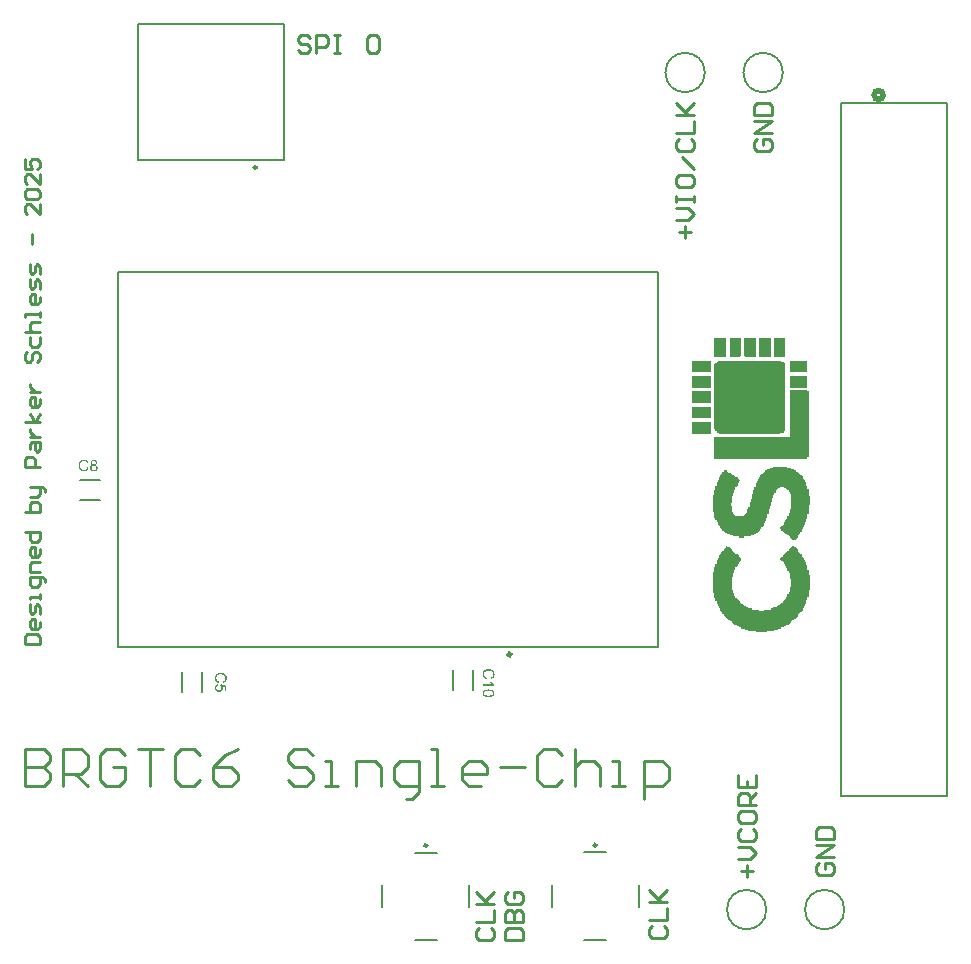
<source format=gto>
G04*
G04 #@! TF.GenerationSoftware,Altium Limited,Altium Designer,25.4.2 (15)*
G04*
G04 Layer_Color=65535*
%FSLAX44Y44*%
%MOMM*%
G71*
G04*
G04 #@! TF.SameCoordinates,3376916D-7717-44A7-936A-FC15E23AF39E*
G04*
G04*
G04 #@! TF.FilePolarity,Positive*
G04*
G01*
G75*
%ADD10C,0.2500*%
%ADD11C,0.3000*%
%ADD12C,0.5080*%
%ADD13C,0.1500*%
%ADD14C,0.2000*%
%ADD15C,0.1270*%
%ADD16C,0.1524*%
%ADD17C,0.2540*%
G36*
X698010Y497029D02*
X689013D01*
Y513024D01*
X698010D01*
Y497029D01*
D02*
G37*
G36*
X686014D02*
X676017D01*
Y503027D01*
Y504027D01*
Y513024D01*
X686014D01*
Y497029D01*
D02*
G37*
G36*
X673018Y504027D02*
Y503027D01*
Y497029D01*
X664021D01*
Y498029D01*
X663022D01*
Y513024D01*
X673018D01*
Y504027D01*
D02*
G37*
G36*
X661022Y498029D02*
X660023D01*
Y497029D01*
X651025D01*
Y511025D01*
Y512024D01*
Y513024D01*
X661022D01*
Y498029D01*
D02*
G37*
G36*
X648026Y512024D02*
Y497029D01*
X638030D01*
Y513024D01*
X648026D01*
Y512024D01*
D02*
G37*
G36*
X717004Y484033D02*
X702009D01*
Y494030D01*
X717004D01*
Y484033D01*
D02*
G37*
G36*
X635031Y492031D02*
Y491031D01*
Y484033D01*
X619036D01*
Y494030D01*
X635031D01*
Y492031D01*
D02*
G37*
G36*
X717004Y471037D02*
X702009D01*
Y481034D01*
X717004D01*
Y471037D01*
D02*
G37*
G36*
X635031D02*
X619036D01*
Y481034D01*
X635031D01*
Y471037D01*
D02*
G37*
G36*
Y458042D02*
X619036D01*
Y468038D01*
X635031D01*
Y458042D01*
D02*
G37*
G36*
Y445046D02*
X619036D01*
Y447045D01*
Y448045D01*
Y455042D01*
X635031D01*
Y445046D01*
D02*
G37*
G36*
X695011Y493030D02*
X697011D01*
Y492031D01*
X698010D01*
Y434049D01*
X697011D01*
Y433050D01*
X694012D01*
Y432050D01*
X642028D01*
Y433050D01*
X640029D01*
Y434049D01*
X639029D01*
Y436049D01*
X638030D01*
Y474036D01*
Y475036D01*
Y491031D01*
X639029D01*
Y492031D01*
X640029D01*
Y493030D01*
X641029D01*
Y494030D01*
X695011D01*
Y493030D01*
D02*
G37*
G36*
X635031Y432050D02*
X619036D01*
Y442047D01*
X635031D01*
Y432050D01*
D02*
G37*
G36*
X717004Y468038D02*
X718004D01*
Y412056D01*
X717004D01*
Y411057D01*
X638030D01*
Y429051D01*
X702009D01*
Y440047D01*
Y441047D01*
Y469038D01*
X717004D01*
Y468038D01*
D02*
G37*
G36*
X700010Y403059D02*
X703009D01*
Y402060D01*
X706008D01*
Y401060D01*
X707008D01*
Y400060D01*
X709007D01*
Y399061D01*
X710006D01*
Y398061D01*
X711006D01*
Y397061D01*
X712006D01*
Y396062D01*
X713006D01*
Y394062D01*
X714005D01*
Y393062D01*
X715005D01*
Y391063D01*
X716005D01*
Y388064D01*
X717004D01*
Y385065D01*
X718004D01*
Y379067D01*
X719004D01*
Y372069D01*
X718004D01*
Y364072D01*
X717004D01*
Y360073D01*
X716005D01*
Y357074D01*
X715005D01*
Y355075D01*
X714005D01*
Y353075D01*
X713006D01*
Y351076D01*
X712006D01*
Y349077D01*
X711006D01*
Y347077D01*
X710006D01*
Y346077D01*
X709007D01*
Y344078D01*
X708007D01*
Y343078D01*
X707008D01*
Y342079D01*
X704008D01*
Y343078D01*
X703009D01*
Y344078D01*
X702009D01*
Y345078D01*
X701009D01*
Y346077D01*
X700010D01*
Y347077D01*
X698010D01*
Y348077D01*
X697011D01*
Y349077D01*
X696011D01*
Y350076D01*
X695011D01*
Y351076D01*
X694012D01*
Y353075D01*
X695011D01*
Y354075D01*
X696011D01*
Y355075D01*
X697011D01*
Y357074D01*
X698010D01*
Y359073D01*
X699010D01*
Y360073D01*
X700010D01*
Y362072D01*
X701009D01*
Y365071D01*
X702009D01*
Y368070D01*
X703009D01*
Y381066D01*
X702009D01*
Y383066D01*
X701009D01*
Y384065D01*
X700010D01*
Y385065D01*
X699010D01*
Y386065D01*
X697011D01*
Y387064D01*
X694012D01*
Y386065D01*
X692012D01*
Y385065D01*
X691013D01*
Y384065D01*
X690013D01*
Y382066D01*
X689013D01*
Y380067D01*
X688014D01*
Y378067D01*
X687014D01*
Y374068D01*
X686014D01*
Y371069D01*
X685014D01*
Y368070D01*
X684015D01*
Y364072D01*
X683015D01*
Y361073D01*
X682016D01*
Y358074D01*
X681016D01*
Y356074D01*
X680016D01*
Y354075D01*
X679016D01*
Y353075D01*
X678017D01*
Y351076D01*
X677017D01*
Y350076D01*
X676017D01*
Y349077D01*
X675018D01*
Y348077D01*
X673018D01*
Y347077D01*
X672019D01*
Y346077D01*
X669020D01*
Y345078D01*
X663022D01*
Y344078D01*
X659023D01*
Y345078D01*
X654025D01*
Y346077D01*
X651025D01*
Y347077D01*
X649026D01*
Y348077D01*
X647027D01*
Y349077D01*
X646027D01*
Y350076D01*
X645027D01*
Y351076D01*
X644028D01*
Y352076D01*
X643028D01*
Y354075D01*
X642028D01*
Y355075D01*
X641029D01*
Y357074D01*
X640029D01*
Y359073D01*
X639029D01*
Y361073D01*
X638030D01*
Y366071D01*
X637030D01*
Y380067D01*
X638030D01*
Y384065D01*
X639029D01*
Y388064D01*
X640029D01*
Y391063D01*
X641029D01*
Y393062D01*
X642028D01*
Y395062D01*
X643028D01*
Y397061D01*
X644028D01*
Y398061D01*
X645027D01*
Y400060D01*
X646027D01*
Y401060D01*
X649026D01*
Y400060D01*
X650026D01*
Y399061D01*
X652025D01*
Y398061D01*
X653025D01*
Y397061D01*
X655024D01*
Y396062D01*
X656024D01*
Y395062D01*
X658023D01*
Y394062D01*
X659023D01*
Y393062D01*
X660023D01*
Y392063D01*
X659023D01*
Y390063D01*
X658023D01*
Y388064D01*
X657023D01*
Y387064D01*
X656024D01*
Y384065D01*
X655024D01*
Y382066D01*
X654025D01*
Y379067D01*
X653025D01*
Y373069D01*
X652025D01*
Y371069D01*
X653025D01*
Y366071D01*
X654025D01*
Y364072D01*
X655024D01*
Y363072D01*
X656024D01*
Y362072D01*
X663022D01*
Y363072D01*
X664021D01*
Y364072D01*
X665021D01*
Y365071D01*
X666021D01*
Y368070D01*
X667020D01*
Y370070D01*
X668020D01*
Y374068D01*
X669020D01*
Y377068D01*
X670019D01*
Y381066D01*
X671019D01*
Y384065D01*
X672019D01*
Y387064D01*
X673018D01*
Y390063D01*
X674018D01*
Y392063D01*
X675018D01*
Y394062D01*
X676017D01*
Y395062D01*
X677017D01*
Y397061D01*
X678017D01*
Y398061D01*
X679016D01*
Y399061D01*
X680016D01*
Y400060D01*
X681016D01*
Y401060D01*
X683015D01*
Y402060D01*
X685014D01*
Y403059D01*
X688014D01*
Y404059D01*
X700010D01*
Y403059D01*
D02*
G37*
G36*
X706008Y336081D02*
X707008D01*
Y335081D01*
X708007D01*
Y334081D01*
X709007D01*
Y332082D01*
X710006D01*
Y331082D01*
X711006D01*
Y330083D01*
X712006D01*
Y328083D01*
X713006D01*
Y327084D01*
X714005D01*
Y325084D01*
X715005D01*
Y323085D01*
X716005D01*
Y321086D01*
X717004D01*
Y317087D01*
X718004D01*
Y312089D01*
X719004D01*
Y300092D01*
X718004D01*
Y294094D01*
X717004D01*
Y291095D01*
X716005D01*
Y288096D01*
X715005D01*
Y286097D01*
X714005D01*
Y284097D01*
X713006D01*
Y282098D01*
X712006D01*
Y281098D01*
X711006D01*
Y280099D01*
X710006D01*
Y279099D01*
X709007D01*
Y277100D01*
X708007D01*
Y276100D01*
X707008D01*
Y275100D01*
X706008D01*
Y274101D01*
X704008D01*
Y273101D01*
X703009D01*
Y272101D01*
X702009D01*
Y271102D01*
X701009D01*
Y270102D01*
X699010D01*
Y269102D01*
X697011D01*
Y268103D01*
X695011D01*
Y267103D01*
X692012D01*
Y266103D01*
X689013D01*
Y265104D01*
X683015D01*
Y264104D01*
X673018D01*
Y265104D01*
X667020D01*
Y266103D01*
X664021D01*
Y267103D01*
X661022D01*
Y268103D01*
X659023D01*
Y269102D01*
X657023D01*
Y270102D01*
X655024D01*
Y271102D01*
X654025D01*
Y272101D01*
X653025D01*
Y273101D01*
X651025D01*
Y274101D01*
X650026D01*
Y275100D01*
X649026D01*
Y276100D01*
X648026D01*
Y277100D01*
X647027D01*
Y278099D01*
X646027D01*
Y279099D01*
X645027D01*
Y281098D01*
X644028D01*
Y282098D01*
X643028D01*
Y284097D01*
X642028D01*
Y286097D01*
X641029D01*
Y288096D01*
X640029D01*
Y290096D01*
X639029D01*
Y293095D01*
X638030D01*
Y297093D01*
X637030D01*
Y315088D01*
X638030D01*
Y319086D01*
X639029D01*
Y322085D01*
X640029D01*
Y325084D01*
X641029D01*
Y327084D01*
X642028D01*
Y329083D01*
X643028D01*
Y330083D01*
X644028D01*
Y332082D01*
X645027D01*
Y333082D01*
X646027D01*
Y334081D01*
X647027D01*
Y335081D01*
X648026D01*
Y337080D01*
X649026D01*
Y336081D01*
X651025D01*
Y335081D01*
X652025D01*
Y334081D01*
X653025D01*
Y333082D01*
X654025D01*
Y332082D01*
X655024D01*
Y331082D01*
X656024D01*
Y330083D01*
X658023D01*
Y329083D01*
X659023D01*
Y328083D01*
X660023D01*
Y327084D01*
X661022D01*
Y324085D01*
X660023D01*
Y323085D01*
X659023D01*
Y322085D01*
X658023D01*
Y320086D01*
X657023D01*
Y319086D01*
X656024D01*
Y317087D01*
X655024D01*
Y314088D01*
X654025D01*
Y311089D01*
X653025D01*
Y300092D01*
X654025D01*
Y297093D01*
X655024D01*
Y295094D01*
X656024D01*
Y293095D01*
X657023D01*
Y292095D01*
X658023D01*
Y291095D01*
X659023D01*
Y290096D01*
X660023D01*
Y289096D01*
X661022D01*
Y288096D01*
X662022D01*
Y287097D01*
X663022D01*
Y286097D01*
X665021D01*
Y285097D01*
X667020D01*
Y284097D01*
X670019D01*
Y283098D01*
X676017D01*
Y282098D01*
X680016D01*
Y283098D01*
X686014D01*
Y284097D01*
X688014D01*
Y285097D01*
X691013D01*
Y286097D01*
X692012D01*
Y287097D01*
X694012D01*
Y288096D01*
X695011D01*
Y289096D01*
X696011D01*
Y290096D01*
X697011D01*
Y291095D01*
X698010D01*
Y292095D01*
X699010D01*
Y294094D01*
X700010D01*
Y296094D01*
X701009D01*
Y298093D01*
X702009D01*
Y302092D01*
X703009D01*
Y309089D01*
X702009D01*
Y314088D01*
X701009D01*
Y316087D01*
X700010D01*
Y318086D01*
X699010D01*
Y320086D01*
X698010D01*
Y322085D01*
X697011D01*
Y323085D01*
X696011D01*
Y324085D01*
X695011D01*
Y325084D01*
X694012D01*
Y327084D01*
X695011D01*
Y328083D01*
X696011D01*
Y329083D01*
X697011D01*
Y330083D01*
X698010D01*
Y331082D01*
X699010D01*
Y332082D01*
X700010D01*
Y333082D01*
X701009D01*
Y334081D01*
X702009D01*
Y335081D01*
X703009D01*
Y336081D01*
X704008D01*
Y337080D01*
X706008D01*
Y336081D01*
D02*
G37*
G36*
X447255Y232782D02*
X447360D01*
X447494Y232768D01*
X447649Y232761D01*
X447825Y232740D01*
X448014Y232719D01*
X448212Y232684D01*
X448423Y232649D01*
X448648Y232600D01*
X448873Y232543D01*
X449098Y232480D01*
X449323Y232403D01*
X449541Y232311D01*
X449759Y232213D01*
X449773Y232206D01*
X449809Y232185D01*
X449865Y232149D01*
X449949Y232107D01*
X450041Y232044D01*
X450146Y231973D01*
X450273Y231882D01*
X450400Y231784D01*
X450533Y231678D01*
X450681Y231551D01*
X450822Y231418D01*
X450962Y231270D01*
X451103Y231108D01*
X451237Y230939D01*
X451363Y230756D01*
X451483Y230559D01*
X451490Y230545D01*
X451511Y230510D01*
X451539Y230454D01*
X451575Y230369D01*
X451624Y230271D01*
X451673Y230151D01*
X451722Y230010D01*
X451779Y229863D01*
X451835Y229694D01*
X451884Y229511D01*
X451940Y229314D01*
X451983Y229110D01*
X452018Y228892D01*
X452046Y228667D01*
X452067Y228434D01*
X452074Y228195D01*
Y228097D01*
X452067Y228055D01*
X452060Y227949D01*
X452053Y227822D01*
X452032Y227682D01*
X452011Y227520D01*
X451983Y227337D01*
X451940Y227147D01*
X451891Y226950D01*
X451835Y226746D01*
X451758Y226542D01*
X451673Y226338D01*
X451575Y226127D01*
X451462Y225930D01*
X451328Y225740D01*
X451321Y225726D01*
X451293Y225697D01*
X451251Y225641D01*
X451188Y225578D01*
X451117Y225494D01*
X451019Y225402D01*
X450913Y225303D01*
X450787Y225191D01*
X450646Y225078D01*
X450491Y224959D01*
X450315Y224846D01*
X450132Y224734D01*
X449928Y224621D01*
X449710Y224522D01*
X449478Y224424D01*
X449232Y224347D01*
X448936Y225613D01*
X448950Y225620D01*
X448985Y225627D01*
X449035Y225648D01*
X449112Y225676D01*
X449197Y225712D01*
X449295Y225754D01*
X449408Y225810D01*
X449527Y225866D01*
X449654Y225930D01*
X449781Y226007D01*
X449907Y226084D01*
X450041Y226176D01*
X450160Y226274D01*
X450280Y226373D01*
X450386Y226486D01*
X450484Y226605D01*
X450491Y226612D01*
X450505Y226633D01*
X450526Y226668D01*
X450561Y226718D01*
X450597Y226781D01*
X450639Y226858D01*
X450681Y226950D01*
X450730Y227048D01*
X450773Y227161D01*
X450815Y227281D01*
X450857Y227414D01*
X450892Y227555D01*
X450927Y227710D01*
X450948Y227872D01*
X450962Y228040D01*
X450970Y228223D01*
Y228329D01*
X450962Y228406D01*
X450955Y228505D01*
X450941Y228617D01*
X450927Y228744D01*
X450899Y228878D01*
X450871Y229025D01*
X450836Y229173D01*
X450794Y229328D01*
X450744Y229490D01*
X450681Y229645D01*
X450604Y229799D01*
X450526Y229954D01*
X450428Y230102D01*
X450421Y230109D01*
X450407Y230137D01*
X450372Y230172D01*
X450329Y230222D01*
X450273Y230285D01*
X450210Y230355D01*
X450132Y230433D01*
X450048Y230517D01*
X449949Y230601D01*
X449844Y230693D01*
X449724Y230777D01*
X449590Y230862D01*
X449457Y230946D01*
X449309Y231024D01*
X449154Y231094D01*
X448985Y231157D01*
X448978D01*
X448943Y231171D01*
X448894Y231185D01*
X448831Y231206D01*
X448746Y231228D01*
X448648Y231256D01*
X448535Y231277D01*
X448409Y231305D01*
X448275Y231333D01*
X448127Y231361D01*
X447972Y231390D01*
X447810Y231411D01*
X447473Y231446D01*
X447297Y231453D01*
X447114Y231460D01*
X447100D01*
X447058D01*
X446994D01*
X446903Y231453D01*
X446797Y231446D01*
X446671Y231439D01*
X446530Y231432D01*
X446382Y231418D01*
X446213Y231397D01*
X446037Y231375D01*
X445679Y231305D01*
X445489Y231270D01*
X445306Y231221D01*
X445123Y231164D01*
X444947Y231101D01*
X444940Y231094D01*
X444905Y231087D01*
X444862Y231066D01*
X444799Y231031D01*
X444722Y230995D01*
X444630Y230946D01*
X444532Y230890D01*
X444426Y230827D01*
X444321Y230749D01*
X444208Y230665D01*
X444089Y230573D01*
X443976Y230475D01*
X443863Y230362D01*
X443758Y230243D01*
X443659Y230116D01*
X443568Y229975D01*
X443561Y229968D01*
X443547Y229940D01*
X443526Y229898D01*
X443498Y229842D01*
X443462Y229771D01*
X443420Y229687D01*
X443385Y229588D01*
X443343Y229483D01*
X443293Y229363D01*
X443258Y229237D01*
X443216Y229096D01*
X443181Y228955D01*
X443153Y228800D01*
X443132Y228645D01*
X443118Y228484D01*
X443111Y228322D01*
Y228273D01*
X443118Y228216D01*
Y228139D01*
X443132Y228047D01*
X443146Y227942D01*
X443160Y227815D01*
X443188Y227689D01*
X443223Y227548D01*
X443265Y227400D01*
X443315Y227245D01*
X443371Y227091D01*
X443441Y226936D01*
X443526Y226781D01*
X443624Y226633D01*
X443730Y226486D01*
X443737Y226479D01*
X443758Y226450D01*
X443793Y226415D01*
X443849Y226366D01*
X443913Y226303D01*
X443990Y226232D01*
X444089Y226155D01*
X444194Y226077D01*
X444321Y225993D01*
X444454Y225909D01*
X444609Y225817D01*
X444778Y225740D01*
X444954Y225655D01*
X445151Y225585D01*
X445355Y225522D01*
X445580Y225465D01*
X445256Y224178D01*
X445249D01*
X445235Y224185D01*
X445214Y224192D01*
X445186Y224199D01*
X445151Y224206D01*
X445102Y224220D01*
X444996Y224255D01*
X444862Y224304D01*
X444715Y224361D01*
X444546Y224431D01*
X444363Y224515D01*
X444166Y224607D01*
X443969Y224713D01*
X443772Y224832D01*
X443568Y224966D01*
X443371Y225114D01*
X443181Y225275D01*
X443005Y225451D01*
X442836Y225641D01*
X442829Y225655D01*
X442801Y225690D01*
X442759Y225747D01*
X442710Y225831D01*
X442646Y225930D01*
X442576Y226056D01*
X442498Y226197D01*
X442421Y226359D01*
X442344Y226535D01*
X442266Y226732D01*
X442196Y226943D01*
X442132Y227168D01*
X442083Y227414D01*
X442041Y227668D01*
X442013Y227935D01*
X442006Y228216D01*
Y228322D01*
X442013Y228371D01*
Y228477D01*
X442027Y228610D01*
X442041Y228765D01*
X442062Y228941D01*
X442083Y229124D01*
X442118Y229328D01*
X442161Y229532D01*
X442217Y229750D01*
X442273Y229961D01*
X442351Y230172D01*
X442435Y230383D01*
X442534Y230587D01*
X442646Y230777D01*
X442653Y230791D01*
X442674Y230820D01*
X442716Y230869D01*
X442766Y230939D01*
X442829Y231024D01*
X442914Y231115D01*
X443005Y231221D01*
X443118Y231333D01*
X443244Y231453D01*
X443378Y231572D01*
X443533Y231699D01*
X443694Y231826D01*
X443877Y231945D01*
X444067Y232065D01*
X444278Y232178D01*
X444497Y232276D01*
X444504D01*
X444511Y232283D01*
X444553Y232297D01*
X444616Y232325D01*
X444708Y232353D01*
X444820Y232396D01*
X444954Y232438D01*
X445109Y232487D01*
X445277Y232529D01*
X445467Y232579D01*
X445672Y232628D01*
X445883Y232670D01*
X446115Y232712D01*
X446347Y232740D01*
X446593Y232768D01*
X446847Y232782D01*
X447107Y232790D01*
X447114D01*
X447128D01*
X447149D01*
X447177D01*
X447212D01*
X447255Y232782D01*
D02*
G37*
G36*
X449499Y222151D02*
X449513Y222123D01*
X449541Y222067D01*
X449576Y221997D01*
X449619Y221912D01*
X449675Y221807D01*
X449738Y221694D01*
X449809Y221574D01*
X449893Y221441D01*
X449977Y221300D01*
X450174Y221005D01*
X450393Y220702D01*
X450632Y220414D01*
X450639Y220407D01*
X450660Y220378D01*
X450695Y220343D01*
X450744Y220294D01*
X450808Y220231D01*
X450878Y220160D01*
X450962Y220083D01*
X451047Y219998D01*
X451145Y219914D01*
X451251Y219823D01*
X451469Y219647D01*
X451701Y219485D01*
X451821Y219415D01*
X451940Y219351D01*
Y218577D01*
X442168D01*
Y219773D01*
X449781D01*
X449773Y219780D01*
X449759Y219795D01*
X449738Y219816D01*
X449710Y219851D01*
X449675Y219893D01*
X449626Y219949D01*
X449576Y220013D01*
X449520Y220076D01*
X449464Y220160D01*
X449394Y220245D01*
X449330Y220336D01*
X449253Y220435D01*
X449182Y220547D01*
X449105Y220660D01*
X448950Y220913D01*
X448943Y220920D01*
X448929Y220941D01*
X448908Y220984D01*
X448887Y221033D01*
X448852Y221089D01*
X448810Y221159D01*
X448767Y221244D01*
X448718Y221328D01*
X448619Y221525D01*
X448521Y221736D01*
X448423Y221954D01*
X448338Y222166D01*
X449492D01*
X449499Y222151D01*
D02*
G37*
G36*
X447191Y215510D02*
X447255D01*
X447395Y215503D01*
X447564Y215496D01*
X447754Y215488D01*
X447958Y215474D01*
X448176Y215453D01*
X448401Y215432D01*
X448866Y215369D01*
X449098Y215327D01*
X449323Y215278D01*
X449541Y215228D01*
X449745Y215165D01*
X449759Y215158D01*
X449795Y215151D01*
X449844Y215130D01*
X449921Y215102D01*
X450006Y215059D01*
X450111Y215017D01*
X450224Y214961D01*
X450343Y214897D01*
X450470Y214834D01*
X450604Y214750D01*
X450744Y214665D01*
X450878Y214574D01*
X451012Y214468D01*
X451138Y214356D01*
X451258Y214236D01*
X451371Y214109D01*
X451378Y214102D01*
X451399Y214074D01*
X451427Y214039D01*
X451462Y213983D01*
X451504Y213913D01*
X451553Y213828D01*
X451603Y213737D01*
X451659Y213624D01*
X451708Y213504D01*
X451758Y213371D01*
X451807Y213223D01*
X451849Y213068D01*
X451891Y212899D01*
X451919Y212724D01*
X451933Y212540D01*
X451940Y212344D01*
Y212266D01*
X451933Y212210D01*
Y212146D01*
X451926Y212062D01*
X451912Y211978D01*
X451898Y211879D01*
X451863Y211668D01*
X451807Y211436D01*
X451729Y211197D01*
X451680Y211084D01*
X451624Y210972D01*
Y210965D01*
X451610Y210943D01*
X451589Y210915D01*
X451567Y210873D01*
X451532Y210824D01*
X451490Y210767D01*
X451448Y210697D01*
X451392Y210627D01*
X451265Y210472D01*
X451103Y210310D01*
X450920Y210148D01*
X450709Y210001D01*
X450702Y209994D01*
X450681Y209986D01*
X450646Y209965D01*
X450604Y209937D01*
X450547Y209902D01*
X450477Y209867D01*
X450400Y209825D01*
X450308Y209783D01*
X450210Y209733D01*
X450097Y209684D01*
X449977Y209635D01*
X449851Y209578D01*
X449717Y209529D01*
X449576Y209487D01*
X449422Y209438D01*
X449267Y209396D01*
X449260D01*
X449225Y209389D01*
X449182Y209374D01*
X449112Y209360D01*
X449028Y209346D01*
X448922Y209325D01*
X448802Y209304D01*
X448662Y209283D01*
X448507Y209262D01*
X448331Y209241D01*
X448141Y209220D01*
X447937Y209206D01*
X447719Y209191D01*
X447480Y209177D01*
X447234Y209170D01*
X446966D01*
X446959D01*
X446945D01*
X446924D01*
X446889D01*
X446854D01*
X446804D01*
X446748Y209177D01*
X446685D01*
X446537Y209184D01*
X446368Y209191D01*
X446185Y209198D01*
X445981Y209213D01*
X445763Y209234D01*
X445538Y209255D01*
X445080Y209318D01*
X444848Y209360D01*
X444623Y209410D01*
X444405Y209466D01*
X444201Y209529D01*
X444187Y209536D01*
X444152Y209543D01*
X444103Y209564D01*
X444025Y209592D01*
X443941Y209635D01*
X443835Y209677D01*
X443723Y209733D01*
X443603Y209790D01*
X443476Y209860D01*
X443343Y209944D01*
X443209Y210029D01*
X443068Y210120D01*
X442935Y210226D01*
X442808Y210338D01*
X442688Y210458D01*
X442576Y210585D01*
X442569Y210592D01*
X442555Y210620D01*
X442527Y210655D01*
X442484Y210711D01*
X442442Y210782D01*
X442393Y210859D01*
X442344Y210958D01*
X442294Y211063D01*
X442238Y211190D01*
X442189Y211323D01*
X442140Y211464D01*
X442097Y211619D01*
X442062Y211788D01*
X442034Y211964D01*
X442013Y212146D01*
X442006Y212344D01*
Y212407D01*
X442013Y212477D01*
X442020Y212576D01*
X442034Y212695D01*
X442062Y212836D01*
X442090Y212984D01*
X442132Y213153D01*
X442182Y213329D01*
X442252Y213504D01*
X442329Y213687D01*
X442428Y213877D01*
X442541Y214060D01*
X442674Y214236D01*
X442829Y214405D01*
X443005Y214560D01*
X443012D01*
X443019Y214567D01*
X443040Y214581D01*
X443061Y214602D01*
X443096Y214623D01*
X443139Y214651D01*
X443181Y214679D01*
X443237Y214708D01*
X443301Y214743D01*
X443371Y214785D01*
X443448Y214820D01*
X443533Y214862D01*
X443631Y214905D01*
X443730Y214947D01*
X443842Y214996D01*
X443955Y215038D01*
X444081Y215081D01*
X444215Y215130D01*
X444356Y215172D01*
X444511Y215214D01*
X444665Y215256D01*
X444834Y215292D01*
X445003Y215334D01*
X445193Y215369D01*
X445383Y215397D01*
X445580Y215425D01*
X445791Y215453D01*
X446009Y215474D01*
X446234Y215496D01*
X446467Y215503D01*
X446713Y215517D01*
X446966D01*
X446973D01*
X446987D01*
X447008D01*
X447043D01*
X447086D01*
X447135D01*
X447191Y215510D01*
D02*
G37*
G36*
X104629Y410157D02*
X104735Y410150D01*
X104861Y410143D01*
X105002Y410122D01*
X105164Y410101D01*
X105347Y410073D01*
X105537Y410030D01*
X105734Y409981D01*
X105938Y409925D01*
X106142Y409847D01*
X106346Y409763D01*
X106557Y409665D01*
X106754Y409552D01*
X106944Y409418D01*
X106958Y409411D01*
X106986Y409383D01*
X107042Y409341D01*
X107106Y409278D01*
X107190Y409207D01*
X107282Y409109D01*
X107380Y409003D01*
X107493Y408877D01*
X107605Y408736D01*
X107725Y408581D01*
X107837Y408405D01*
X107950Y408222D01*
X108063Y408018D01*
X108161Y407800D01*
X108260Y407568D01*
X108337Y407322D01*
X107071Y407026D01*
X107064Y407040D01*
X107057Y407075D01*
X107035Y407125D01*
X107007Y407202D01*
X106972Y407286D01*
X106930Y407385D01*
X106874Y407498D01*
X106817Y407617D01*
X106754Y407744D01*
X106677Y407870D01*
X106599Y407997D01*
X106508Y408131D01*
X106409Y408250D01*
X106311Y408370D01*
X106198Y408475D01*
X106079Y408574D01*
X106071Y408581D01*
X106050Y408595D01*
X106015Y408616D01*
X105966Y408651D01*
X105903Y408687D01*
X105825Y408729D01*
X105734Y408771D01*
X105635Y408820D01*
X105523Y408862D01*
X105403Y408905D01*
X105269Y408947D01*
X105129Y408982D01*
X104974Y409017D01*
X104812Y409038D01*
X104643Y409053D01*
X104460Y409059D01*
X104355D01*
X104277Y409053D01*
X104179Y409045D01*
X104066Y409031D01*
X103940Y409017D01*
X103806Y408989D01*
X103658Y408961D01*
X103510Y408926D01*
X103356Y408884D01*
X103194Y408834D01*
X103039Y408771D01*
X102884Y408694D01*
X102729Y408616D01*
X102582Y408518D01*
X102575Y408511D01*
X102547Y408497D01*
X102511Y408461D01*
X102462Y408419D01*
X102399Y408363D01*
X102328Y408300D01*
X102251Y408222D01*
X102167Y408138D01*
X102082Y408039D01*
X101991Y407934D01*
X101906Y407814D01*
X101822Y407681D01*
X101737Y407547D01*
X101660Y407399D01*
X101590Y407244D01*
X101526Y407075D01*
Y407068D01*
X101512Y407033D01*
X101498Y406984D01*
X101477Y406921D01*
X101456Y406836D01*
X101428Y406738D01*
X101407Y406625D01*
X101379Y406498D01*
X101350Y406365D01*
X101322Y406217D01*
X101294Y406062D01*
X101273Y405900D01*
X101238Y405563D01*
X101231Y405387D01*
X101224Y405204D01*
Y405190D01*
Y405148D01*
Y405084D01*
X101231Y404993D01*
X101238Y404887D01*
X101245Y404761D01*
X101252Y404620D01*
X101266Y404472D01*
X101287Y404303D01*
X101308Y404127D01*
X101379Y403769D01*
X101414Y403579D01*
X101463Y403396D01*
X101519Y403213D01*
X101583Y403037D01*
X101590Y403030D01*
X101597Y402995D01*
X101618Y402952D01*
X101653Y402889D01*
X101688Y402812D01*
X101737Y402720D01*
X101794Y402622D01*
X101857Y402516D01*
X101934Y402411D01*
X102019Y402298D01*
X102110Y402178D01*
X102209Y402066D01*
X102321Y401953D01*
X102441Y401848D01*
X102568Y401749D01*
X102708Y401658D01*
X102715Y401651D01*
X102744Y401637D01*
X102786Y401616D01*
X102842Y401587D01*
X102912Y401552D01*
X102997Y401510D01*
X103095Y401475D01*
X103201Y401433D01*
X103320Y401383D01*
X103447Y401348D01*
X103588Y401306D01*
X103729Y401271D01*
X103883Y401243D01*
X104038Y401222D01*
X104200Y401208D01*
X104362Y401200D01*
X104411D01*
X104467Y401208D01*
X104545D01*
X104636Y401222D01*
X104742Y401236D01*
X104868Y401250D01*
X104995Y401278D01*
X105136Y401313D01*
X105283Y401355D01*
X105438Y401405D01*
X105593Y401461D01*
X105748Y401531D01*
X105903Y401616D01*
X106050Y401714D01*
X106198Y401820D01*
X106205Y401827D01*
X106233Y401848D01*
X106268Y401883D01*
X106318Y401939D01*
X106381Y402003D01*
X106451Y402080D01*
X106529Y402178D01*
X106606Y402284D01*
X106691Y402411D01*
X106775Y402544D01*
X106867Y402699D01*
X106944Y402868D01*
X107028Y403044D01*
X107099Y403241D01*
X107162Y403445D01*
X107218Y403670D01*
X108506Y403346D01*
Y403339D01*
X108499Y403325D01*
X108492Y403304D01*
X108485Y403276D01*
X108478Y403241D01*
X108464Y403192D01*
X108428Y403086D01*
X108379Y402952D01*
X108323Y402805D01*
X108252Y402636D01*
X108168Y402453D01*
X108077Y402256D01*
X107971Y402059D01*
X107851Y401862D01*
X107718Y401658D01*
X107570Y401461D01*
X107408Y401271D01*
X107232Y401095D01*
X107042Y400926D01*
X107028Y400919D01*
X106993Y400891D01*
X106937Y400849D01*
X106852Y400799D01*
X106754Y400736D01*
X106627Y400666D01*
X106487Y400588D01*
X106325Y400511D01*
X106149Y400434D01*
X105952Y400356D01*
X105741Y400286D01*
X105516Y400223D01*
X105269Y400173D01*
X105016Y400131D01*
X104749Y400103D01*
X104467Y400096D01*
X104362D01*
X104312Y400103D01*
X104207D01*
X104073Y400117D01*
X103919Y400131D01*
X103743Y400152D01*
X103560Y400173D01*
X103356Y400209D01*
X103152Y400251D01*
X102934Y400307D01*
X102722Y400363D01*
X102511Y400441D01*
X102300Y400525D01*
X102096Y400624D01*
X101906Y400736D01*
X101892Y400743D01*
X101864Y400764D01*
X101815Y400807D01*
X101744Y400856D01*
X101660Y400919D01*
X101568Y401003D01*
X101463Y401095D01*
X101350Y401208D01*
X101231Y401334D01*
X101111Y401468D01*
X100985Y401623D01*
X100858Y401785D01*
X100738Y401967D01*
X100619Y402157D01*
X100506Y402369D01*
X100408Y402587D01*
Y402594D01*
X100401Y402601D01*
X100386Y402643D01*
X100358Y402706D01*
X100330Y402798D01*
X100288Y402910D01*
X100246Y403044D01*
X100197Y403199D01*
X100154Y403368D01*
X100105Y403558D01*
X100056Y403761D01*
X100014Y403973D01*
X99971Y404205D01*
X99943Y404437D01*
X99915Y404683D01*
X99901Y404936D01*
X99894Y405197D01*
Y405204D01*
Y405218D01*
Y405239D01*
Y405267D01*
Y405302D01*
X99901Y405345D01*
Y405450D01*
X99915Y405584D01*
X99922Y405739D01*
X99943Y405914D01*
X99964Y406105D01*
X100000Y406301D01*
X100035Y406512D01*
X100084Y406738D01*
X100140Y406963D01*
X100204Y407188D01*
X100281Y407413D01*
X100372Y407631D01*
X100471Y407849D01*
X100478Y407863D01*
X100499Y407899D01*
X100534Y407955D01*
X100576Y408039D01*
X100640Y408131D01*
X100710Y408236D01*
X100802Y408363D01*
X100900Y408490D01*
X101006Y408623D01*
X101132Y408771D01*
X101266Y408912D01*
X101414Y409053D01*
X101576Y409193D01*
X101744Y409327D01*
X101927Y409454D01*
X102124Y409573D01*
X102138Y409580D01*
X102174Y409601D01*
X102230Y409629D01*
X102314Y409665D01*
X102413Y409714D01*
X102532Y409763D01*
X102673Y409812D01*
X102821Y409869D01*
X102990Y409925D01*
X103173Y409974D01*
X103370Y410030D01*
X103574Y410073D01*
X103792Y410108D01*
X104017Y410136D01*
X104249Y410157D01*
X104488Y410164D01*
X104587D01*
X104629Y410157D01*
D02*
G37*
G36*
X112896Y410023D02*
X112988Y410016D01*
X113093Y410009D01*
X113220Y409988D01*
X113361Y409967D01*
X113508Y409939D01*
X113670Y409897D01*
X113839Y409847D01*
X114008Y409791D01*
X114177Y409714D01*
X114346Y409629D01*
X114514Y409531D01*
X114676Y409418D01*
X114824Y409285D01*
X114831Y409278D01*
X114859Y409249D01*
X114894Y409207D01*
X114944Y409151D01*
X115007Y409081D01*
X115070Y408996D01*
X115141Y408898D01*
X115218Y408785D01*
X115288Y408658D01*
X115359Y408518D01*
X115422Y408370D01*
X115485Y408215D01*
X115535Y408046D01*
X115570Y407863D01*
X115598Y407681D01*
X115605Y407483D01*
Y407477D01*
Y407455D01*
Y407420D01*
X115598Y407371D01*
X115591Y407315D01*
X115584Y407244D01*
X115577Y407167D01*
X115563Y407082D01*
X115520Y406899D01*
X115457Y406702D01*
X115415Y406604D01*
X115366Y406506D01*
X115309Y406407D01*
X115246Y406309D01*
X115239Y406301D01*
X115232Y406287D01*
X115211Y406259D01*
X115176Y406224D01*
X115141Y406182D01*
X115091Y406140D01*
X115042Y406083D01*
X114979Y406027D01*
X114901Y405964D01*
X114824Y405900D01*
X114733Y405837D01*
X114641Y405774D01*
X114529Y405710D01*
X114416Y405647D01*
X114296Y405591D01*
X114163Y405535D01*
X114170D01*
X114205Y405521D01*
X114247Y405506D01*
X114310Y405478D01*
X114388Y405450D01*
X114472Y405408D01*
X114571Y405366D01*
X114669Y405309D01*
X114782Y405246D01*
X114894Y405176D01*
X115007Y405098D01*
X115119Y405014D01*
X115232Y404922D01*
X115338Y404817D01*
X115443Y404711D01*
X115535Y404592D01*
X115542Y404585D01*
X115556Y404564D01*
X115577Y404529D01*
X115612Y404479D01*
X115647Y404416D01*
X115682Y404338D01*
X115725Y404254D01*
X115774Y404156D01*
X115816Y404043D01*
X115858Y403930D01*
X115893Y403797D01*
X115936Y403663D01*
X115964Y403515D01*
X115985Y403368D01*
X115999Y403206D01*
X116006Y403037D01*
Y403023D01*
Y402981D01*
X115999Y402917D01*
X115992Y402826D01*
X115978Y402720D01*
X115957Y402601D01*
X115929Y402460D01*
X115893Y402305D01*
X115851Y402143D01*
X115788Y401974D01*
X115717Y401806D01*
X115633Y401630D01*
X115528Y401447D01*
X115415Y401278D01*
X115274Y401102D01*
X115119Y400940D01*
X115112Y400933D01*
X115077Y400905D01*
X115028Y400863D01*
X114958Y400807D01*
X114873Y400743D01*
X114761Y400673D01*
X114641Y400595D01*
X114500Y400518D01*
X114339Y400441D01*
X114163Y400363D01*
X113973Y400293D01*
X113769Y400230D01*
X113544Y400173D01*
X113311Y400131D01*
X113058Y400103D01*
X112798Y400096D01*
X112734D01*
X112657Y400103D01*
X112558Y400110D01*
X112439Y400124D01*
X112298Y400138D01*
X112136Y400166D01*
X111967Y400201D01*
X111784Y400251D01*
X111594Y400307D01*
X111405Y400370D01*
X111208Y400455D01*
X111011Y400553D01*
X110821Y400666D01*
X110645Y400799D01*
X110469Y400947D01*
X110462Y400954D01*
X110434Y400989D01*
X110384Y401032D01*
X110335Y401102D01*
X110265Y401186D01*
X110187Y401285D01*
X110110Y401398D01*
X110033Y401531D01*
X109948Y401679D01*
X109871Y401841D01*
X109793Y402017D01*
X109730Y402200D01*
X109674Y402404D01*
X109625Y402615D01*
X109596Y402840D01*
X109589Y403072D01*
Y403086D01*
Y403114D01*
Y403163D01*
X109596Y403234D01*
X109603Y403311D01*
X109618Y403410D01*
X109632Y403515D01*
X109653Y403628D01*
X109674Y403747D01*
X109709Y403881D01*
X109744Y404008D01*
X109793Y404142D01*
X109850Y404275D01*
X109913Y404409D01*
X109983Y404535D01*
X110068Y404662D01*
X110075Y404669D01*
X110089Y404690D01*
X110117Y404725D01*
X110159Y404768D01*
X110209Y404817D01*
X110272Y404880D01*
X110342Y404944D01*
X110420Y405014D01*
X110518Y405084D01*
X110617Y405155D01*
X110729Y405232D01*
X110856Y405302D01*
X110990Y405366D01*
X111130Y405429D01*
X111285Y405485D01*
X111447Y405535D01*
X111440D01*
X111412Y405549D01*
X111376Y405563D01*
X111327Y405584D01*
X111264Y405612D01*
X111194Y405647D01*
X111116Y405689D01*
X111032Y405732D01*
X110849Y405844D01*
X110666Y405978D01*
X110490Y406133D01*
X110413Y406217D01*
X110342Y406309D01*
X110335Y406315D01*
X110328Y406330D01*
X110307Y406358D01*
X110286Y406400D01*
X110258Y406449D01*
X110230Y406506D01*
X110194Y406576D01*
X110166Y406653D01*
X110131Y406738D01*
X110096Y406829D01*
X110068Y406928D01*
X110040Y407033D01*
X109997Y407265D01*
X109990Y407392D01*
X109983Y407519D01*
Y407533D01*
Y407568D01*
X109990Y407624D01*
X109997Y407695D01*
X110005Y407786D01*
X110026Y407892D01*
X110047Y408011D01*
X110082Y408138D01*
X110117Y408279D01*
X110166Y408419D01*
X110230Y408567D01*
X110307Y408722D01*
X110391Y408870D01*
X110490Y409024D01*
X110610Y409165D01*
X110743Y409306D01*
X110750Y409313D01*
X110778Y409334D01*
X110821Y409376D01*
X110884Y409418D01*
X110961Y409475D01*
X111053Y409538D01*
X111158Y409601D01*
X111285Y409672D01*
X111419Y409735D01*
X111573Y409798D01*
X111742Y409862D01*
X111925Y409918D01*
X112115Y409967D01*
X112326Y410002D01*
X112544Y410023D01*
X112777Y410030D01*
X112833D01*
X112896Y410023D01*
D02*
G37*
G36*
X220557Y229696D02*
X220663D01*
X220796Y229682D01*
X220951Y229675D01*
X221127Y229654D01*
X221317Y229633D01*
X221514Y229598D01*
X221725Y229562D01*
X221950Y229513D01*
X222175Y229457D01*
X222400Y229394D01*
X222626Y229316D01*
X222844Y229225D01*
X223062Y229126D01*
X223076Y229119D01*
X223111Y229098D01*
X223167Y229063D01*
X223252Y229021D01*
X223343Y228957D01*
X223449Y228887D01*
X223575Y228796D01*
X223702Y228697D01*
X223836Y228592D01*
X223983Y228465D01*
X224124Y228331D01*
X224265Y228183D01*
X224406Y228022D01*
X224539Y227853D01*
X224666Y227670D01*
X224786Y227473D01*
X224793Y227459D01*
X224814Y227424D01*
X224842Y227367D01*
X224877Y227283D01*
X224926Y227184D01*
X224976Y227065D01*
X225025Y226924D01*
X225081Y226776D01*
X225137Y226607D01*
X225187Y226425D01*
X225243Y226227D01*
X225285Y226024D01*
X225320Y225805D01*
X225348Y225580D01*
X225370Y225348D01*
X225377Y225109D01*
Y225010D01*
X225370Y224968D01*
X225363Y224863D01*
X225355Y224736D01*
X225334Y224595D01*
X225313Y224433D01*
X225285Y224251D01*
X225243Y224060D01*
X225194Y223864D01*
X225137Y223659D01*
X225060Y223455D01*
X224976Y223251D01*
X224877Y223040D01*
X224764Y222843D01*
X224631Y222653D01*
X224624Y222639D01*
X224596Y222611D01*
X224553Y222555D01*
X224490Y222491D01*
X224420Y222407D01*
X224321Y222316D01*
X224216Y222217D01*
X224089Y222105D01*
X223948Y221992D01*
X223794Y221872D01*
X223618Y221760D01*
X223435Y221647D01*
X223231Y221535D01*
X223013Y221436D01*
X222780Y221338D01*
X222534Y221260D01*
X222239Y222527D01*
X222253Y222534D01*
X222288Y222541D01*
X222337Y222562D01*
X222415Y222590D01*
X222499Y222625D01*
X222598Y222667D01*
X222710Y222724D01*
X222830Y222780D01*
X222956Y222843D01*
X223083Y222921D01*
X223210Y222998D01*
X223343Y223090D01*
X223463Y223188D01*
X223582Y223287D01*
X223688Y223399D01*
X223787Y223519D01*
X223794Y223526D01*
X223808Y223547D01*
X223829Y223582D01*
X223864Y223631D01*
X223899Y223695D01*
X223941Y223772D01*
X223983Y223864D01*
X224033Y223962D01*
X224075Y224075D01*
X224117Y224194D01*
X224159Y224328D01*
X224195Y224469D01*
X224230Y224623D01*
X224251Y224785D01*
X224265Y224954D01*
X224272Y225137D01*
Y225243D01*
X224265Y225320D01*
X224258Y225418D01*
X224244Y225531D01*
X224230Y225658D01*
X224202Y225791D01*
X224174Y225939D01*
X224138Y226087D01*
X224096Y226242D01*
X224047Y226403D01*
X223983Y226558D01*
X223906Y226713D01*
X223829Y226868D01*
X223730Y227015D01*
X223723Y227023D01*
X223709Y227051D01*
X223674Y227086D01*
X223632Y227135D01*
X223575Y227199D01*
X223512Y227269D01*
X223435Y227346D01*
X223350Y227431D01*
X223252Y227515D01*
X223146Y227607D01*
X223027Y227691D01*
X222893Y227775D01*
X222759Y227860D01*
X222612Y227937D01*
X222457Y228008D01*
X222288Y228071D01*
X222281D01*
X222246Y228085D01*
X222197Y228099D01*
X222133Y228120D01*
X222049Y228141D01*
X221950Y228169D01*
X221838Y228190D01*
X221711Y228219D01*
X221577Y228247D01*
X221430Y228275D01*
X221275Y228303D01*
X221113Y228324D01*
X220775Y228359D01*
X220599Y228366D01*
X220416Y228374D01*
X220402D01*
X220360D01*
X220297D01*
X220205Y228366D01*
X220100Y228359D01*
X219973Y228352D01*
X219832Y228345D01*
X219685Y228331D01*
X219516Y228310D01*
X219340Y228289D01*
X218981Y228219D01*
X218791Y228183D01*
X218608Y228134D01*
X218425Y228078D01*
X218249Y228015D01*
X218242Y228008D01*
X218207Y228001D01*
X218165Y227980D01*
X218102Y227944D01*
X218024Y227909D01*
X217933Y227860D01*
X217834Y227804D01*
X217729Y227740D01*
X217623Y227663D01*
X217511Y227578D01*
X217391Y227487D01*
X217278Y227388D01*
X217166Y227276D01*
X217060Y227156D01*
X216962Y227030D01*
X216870Y226889D01*
X216863Y226882D01*
X216849Y226854D01*
X216828Y226812D01*
X216800Y226755D01*
X216765Y226685D01*
X216723Y226600D01*
X216687Y226502D01*
X216645Y226396D01*
X216596Y226277D01*
X216561Y226150D01*
X216519Y226009D01*
X216483Y225869D01*
X216455Y225714D01*
X216434Y225559D01*
X216420Y225397D01*
X216413Y225236D01*
Y225186D01*
X216420Y225130D01*
Y225053D01*
X216434Y224961D01*
X216448Y224856D01*
X216462Y224729D01*
X216490Y224602D01*
X216526Y224462D01*
X216568Y224314D01*
X216617Y224159D01*
X216673Y224004D01*
X216744Y223849D01*
X216828Y223695D01*
X216927Y223547D01*
X217032Y223399D01*
X217039Y223392D01*
X217060Y223364D01*
X217096Y223329D01*
X217152Y223279D01*
X217215Y223216D01*
X217292Y223146D01*
X217391Y223069D01*
X217496Y222991D01*
X217623Y222907D01*
X217757Y222822D01*
X217912Y222731D01*
X218081Y222653D01*
X218256Y222569D01*
X218453Y222499D01*
X218657Y222435D01*
X218883Y222379D01*
X218559Y221091D01*
X218552D01*
X218538Y221098D01*
X218517Y221105D01*
X218489Y221112D01*
X218453Y221119D01*
X218404Y221134D01*
X218299Y221169D01*
X218165Y221218D01*
X218017Y221274D01*
X217848Y221345D01*
X217665Y221429D01*
X217468Y221521D01*
X217271Y221626D01*
X217074Y221746D01*
X216870Y221879D01*
X216673Y222027D01*
X216483Y222189D01*
X216308Y222365D01*
X216139Y222555D01*
X216132Y222569D01*
X216103Y222604D01*
X216061Y222660D01*
X216012Y222745D01*
X215949Y222843D01*
X215878Y222970D01*
X215801Y223111D01*
X215723Y223272D01*
X215646Y223448D01*
X215569Y223645D01*
X215498Y223857D01*
X215435Y224082D01*
X215386Y224328D01*
X215344Y224581D01*
X215315Y224848D01*
X215308Y225130D01*
Y225236D01*
X215315Y225285D01*
Y225390D01*
X215329Y225524D01*
X215344Y225679D01*
X215365Y225855D01*
X215386Y226038D01*
X215421Y226242D01*
X215463Y226446D01*
X215520Y226664D01*
X215576Y226875D01*
X215653Y227086D01*
X215738Y227297D01*
X215836Y227501D01*
X215949Y227691D01*
X215956Y227705D01*
X215977Y227733D01*
X216019Y227782D01*
X216068Y227853D01*
X216132Y227937D01*
X216216Y228029D01*
X216308Y228134D01*
X216420Y228247D01*
X216547Y228366D01*
X216680Y228486D01*
X216835Y228613D01*
X216997Y228739D01*
X217180Y228859D01*
X217370Y228979D01*
X217581Y229091D01*
X217799Y229190D01*
X217806D01*
X217813Y229197D01*
X217855Y229211D01*
X217919Y229239D01*
X218010Y229267D01*
X218123Y229309D01*
X218256Y229351D01*
X218411Y229401D01*
X218580Y229443D01*
X218770Y229492D01*
X218974Y229541D01*
X219185Y229584D01*
X219417Y229626D01*
X219650Y229654D01*
X219896Y229682D01*
X220149Y229696D01*
X220409Y229703D01*
X220416D01*
X220431D01*
X220452D01*
X220480D01*
X220515D01*
X220557Y229696D01*
D02*
G37*
G36*
X218130Y218741D02*
X218123D01*
X218088Y218734D01*
X218045Y218727D01*
X217982Y218713D01*
X217905Y218692D01*
X217813Y218671D01*
X217715Y218643D01*
X217609Y218608D01*
X217391Y218523D01*
X217271Y218474D01*
X217159Y218418D01*
X217046Y218347D01*
X216941Y218277D01*
X216842Y218193D01*
X216751Y218101D01*
X216744Y218094D01*
X216730Y218080D01*
X216709Y218052D01*
X216680Y218010D01*
X216645Y217960D01*
X216603Y217897D01*
X216568Y217834D01*
X216526Y217756D01*
X216476Y217672D01*
X216441Y217574D01*
X216399Y217475D01*
X216364Y217362D01*
X216336Y217250D01*
X216315Y217130D01*
X216301Y217004D01*
X216293Y216870D01*
Y216828D01*
X216301Y216786D01*
Y216722D01*
X216315Y216652D01*
X216329Y216560D01*
X216350Y216462D01*
X216378Y216356D01*
X216406Y216244D01*
X216448Y216124D01*
X216504Y216005D01*
X216568Y215878D01*
X216638Y215758D01*
X216730Y215632D01*
X216828Y215512D01*
X216941Y215399D01*
X216948Y215392D01*
X216969Y215371D01*
X217011Y215343D01*
X217060Y215308D01*
X217124Y215259D01*
X217201Y215210D01*
X217292Y215153D01*
X217398Y215097D01*
X217518Y215048D01*
X217644Y214991D01*
X217785Y214942D01*
X217940Y214893D01*
X218109Y214858D01*
X218285Y214830D01*
X218468Y214808D01*
X218664Y214801D01*
X218679D01*
X218707D01*
X218763Y214808D01*
X218833D01*
X218918Y214816D01*
X219023Y214830D01*
X219129Y214851D01*
X219256Y214872D01*
X219382Y214907D01*
X219509Y214942D01*
X219643Y214991D01*
X219783Y215048D01*
X219917Y215111D01*
X220044Y215188D01*
X220170Y215280D01*
X220283Y215378D01*
X220290Y215385D01*
X220311Y215406D01*
X220339Y215435D01*
X220374Y215484D01*
X220423Y215540D01*
X220473Y215611D01*
X220522Y215688D01*
X220578Y215779D01*
X220634Y215885D01*
X220684Y215998D01*
X220740Y216117D01*
X220782Y216251D01*
X220817Y216399D01*
X220846Y216553D01*
X220867Y216715D01*
X220874Y216884D01*
Y216940D01*
X220867Y216982D01*
Y217032D01*
X220860Y217095D01*
X220853Y217158D01*
X220839Y217236D01*
X220810Y217398D01*
X220761Y217574D01*
X220698Y217756D01*
X220606Y217932D01*
Y217939D01*
X220592Y217953D01*
X220578Y217974D01*
X220557Y218010D01*
X220501Y218094D01*
X220423Y218200D01*
X220325Y218312D01*
X220212Y218432D01*
X220079Y218552D01*
X219931Y218657D01*
X220079Y219783D01*
X225081Y218840D01*
Y213992D01*
X223941D01*
Y217890D01*
X221317Y218411D01*
X221324Y218404D01*
X221345Y218368D01*
X221373Y218326D01*
X221416Y218256D01*
X221458Y218179D01*
X221514Y218087D01*
X221563Y217974D01*
X221627Y217855D01*
X221683Y217721D01*
X221739Y217581D01*
X221788Y217426D01*
X221831Y217271D01*
X221873Y217102D01*
X221901Y216933D01*
X221922Y216750D01*
X221929Y216574D01*
Y216518D01*
X221922Y216448D01*
X221915Y216363D01*
X221901Y216251D01*
X221880Y216124D01*
X221852Y215976D01*
X221817Y215822D01*
X221774Y215660D01*
X221711Y215484D01*
X221641Y215308D01*
X221556Y215125D01*
X221451Y214942D01*
X221338Y214759D01*
X221197Y214583D01*
X221043Y214414D01*
X221035Y214407D01*
X221000Y214379D01*
X220951Y214330D01*
X220881Y214274D01*
X220796Y214210D01*
X220691Y214133D01*
X220564Y214056D01*
X220423Y213971D01*
X220269Y213894D01*
X220100Y213816D01*
X219910Y213739D01*
X219713Y213669D01*
X219495Y213619D01*
X219263Y213570D01*
X219023Y213542D01*
X218770Y213535D01*
X218763D01*
X218756D01*
X218735D01*
X218714D01*
X218643Y213542D01*
X218552Y213549D01*
X218432Y213556D01*
X218299Y213577D01*
X218151Y213598D01*
X217989Y213633D01*
X217813Y213676D01*
X217630Y213725D01*
X217440Y213788D01*
X217250Y213859D01*
X217053Y213950D01*
X216863Y214056D01*
X216673Y214175D01*
X216490Y214309D01*
X216476Y214323D01*
X216441Y214351D01*
X216385Y214407D01*
X216308Y214478D01*
X216216Y214576D01*
X216117Y214689D01*
X216012Y214823D01*
X215899Y214977D01*
X215787Y215153D01*
X215681Y215343D01*
X215583Y215554D01*
X215491Y215786D01*
X215421Y216033D01*
X215358Y216293D01*
X215322Y216574D01*
X215308Y216870D01*
Y216926D01*
X215315Y216997D01*
X215322Y217088D01*
X215329Y217201D01*
X215351Y217334D01*
X215372Y217482D01*
X215400Y217637D01*
X215442Y217806D01*
X215491Y217982D01*
X215548Y218165D01*
X215618Y218347D01*
X215702Y218523D01*
X215801Y218706D01*
X215921Y218875D01*
X216047Y219037D01*
X216054Y219044D01*
X216082Y219072D01*
X216125Y219114D01*
X216181Y219171D01*
X216258Y219234D01*
X216350Y219311D01*
X216455Y219389D01*
X216575Y219473D01*
X216709Y219558D01*
X216856Y219635D01*
X217018Y219719D01*
X217194Y219797D01*
X217384Y219860D01*
X217588Y219916D01*
X217799Y219966D01*
X218024Y219994D01*
X218130Y218741D01*
D02*
G37*
%LPC*%
G36*
X447184Y214285D02*
X446966D01*
X446959D01*
X446938D01*
X446910D01*
X446861D01*
X446804D01*
X446741Y214278D01*
X446664D01*
X446579D01*
X446488Y214271D01*
X446389D01*
X446164Y214257D01*
X445925Y214236D01*
X445672Y214215D01*
X445404Y214187D01*
X445137Y214152D01*
X444869Y214102D01*
X444609Y214053D01*
X444363Y213990D01*
X444145Y213913D01*
X444039Y213870D01*
X443948Y213828D01*
X443856Y213779D01*
X443779Y213730D01*
X443772Y213723D01*
X443744Y213701D01*
X443709Y213673D01*
X443659Y213631D01*
X443596Y213575D01*
X443533Y213504D01*
X443455Y213434D01*
X443385Y213343D01*
X443315Y213251D01*
X443237Y213146D01*
X443174Y213033D01*
X443118Y212906D01*
X443061Y212780D01*
X443026Y212639D01*
X442998Y212491D01*
X442991Y212344D01*
Y212308D01*
X442998Y212266D01*
X443005Y212210D01*
X443012Y212139D01*
X443033Y212055D01*
X443054Y211964D01*
X443089Y211865D01*
X443132Y211760D01*
X443181Y211647D01*
X443244Y211534D01*
X443322Y211415D01*
X443413Y211302D01*
X443519Y211183D01*
X443638Y211070D01*
X443779Y210965D01*
X443786Y210958D01*
X443821Y210943D01*
X443870Y210915D01*
X443941Y210873D01*
X444039Y210831D01*
X444159Y210789D01*
X444300Y210732D01*
X444476Y210683D01*
X444574Y210655D01*
X444679Y210634D01*
X444785Y210606D01*
X444905Y210578D01*
X445031Y210556D01*
X445165Y210535D01*
X445306Y210507D01*
X445461Y210486D01*
X445615Y210472D01*
X445784Y210451D01*
X445960Y210437D01*
X446143Y210423D01*
X446333Y210416D01*
X446537Y210409D01*
X446748Y210402D01*
X446966D01*
X446973D01*
X446994D01*
X447029D01*
X447072D01*
X447128D01*
X447191D01*
X447269Y210409D01*
X447353D01*
X447445Y210416D01*
X447550D01*
X447768Y210430D01*
X448007Y210451D01*
X448268Y210472D01*
X448528Y210500D01*
X448795Y210535D01*
X449063Y210585D01*
X449323Y210641D01*
X449569Y210704D01*
X449787Y210782D01*
X449893Y210824D01*
X449985Y210866D01*
X450076Y210915D01*
X450153Y210965D01*
X450160Y210972D01*
X450188Y210993D01*
X450224Y211021D01*
X450280Y211063D01*
X450336Y211119D01*
X450407Y211183D01*
X450477Y211260D01*
X450554Y211345D01*
X450625Y211443D01*
X450695Y211549D01*
X450765Y211661D01*
X450822Y211788D01*
X450878Y211921D01*
X450913Y212055D01*
X450941Y212203D01*
X450948Y212358D01*
Y212393D01*
X450941Y212435D01*
X450934Y212491D01*
X450927Y212562D01*
X450913Y212646D01*
X450892Y212731D01*
X450864Y212829D01*
X450822Y212934D01*
X450779Y213040D01*
X450723Y213153D01*
X450653Y213258D01*
X450575Y213371D01*
X450484Y213476D01*
X450372Y213575D01*
X450252Y213673D01*
X450245Y213680D01*
X450210Y213701D01*
X450153Y213730D01*
X450076Y213772D01*
X449970Y213814D01*
X449844Y213863D01*
X449689Y213920D01*
X449506Y213976D01*
X449408Y214011D01*
X449295Y214039D01*
X449182Y214067D01*
X449056Y214088D01*
X448929Y214117D01*
X448788Y214145D01*
X448641Y214166D01*
X448486Y214187D01*
X448324Y214208D01*
X448155Y214229D01*
X447979Y214243D01*
X447796Y214257D01*
X447599Y214271D01*
X447395Y214278D01*
X447184Y214285D01*
D02*
G37*
G36*
X112791Y409045D02*
X112727D01*
X112678Y409038D01*
X112622Y409031D01*
X112551Y409024D01*
X112474Y409010D01*
X112397Y408989D01*
X112214Y408940D01*
X112122Y408905D01*
X112024Y408856D01*
X111932Y408806D01*
X111834Y408750D01*
X111742Y408680D01*
X111658Y408602D01*
X111651Y408595D01*
X111637Y408581D01*
X111616Y408560D01*
X111587Y408525D01*
X111552Y408483D01*
X111517Y408433D01*
X111475Y408377D01*
X111440Y408307D01*
X111397Y408236D01*
X111355Y408159D01*
X111285Y407976D01*
X111257Y407884D01*
X111236Y407779D01*
X111222Y407673D01*
X111215Y407561D01*
Y407554D01*
Y407533D01*
Y407498D01*
X111222Y407448D01*
X111229Y407385D01*
X111236Y407322D01*
X111250Y407244D01*
X111271Y407160D01*
X111320Y406984D01*
X111355Y406893D01*
X111397Y406794D01*
X111447Y406702D01*
X111510Y406611D01*
X111573Y406520D01*
X111651Y406435D01*
X111658Y406428D01*
X111672Y406414D01*
X111700Y406393D01*
X111728Y406365D01*
X111777Y406337D01*
X111827Y406294D01*
X111890Y406259D01*
X111960Y406217D01*
X112038Y406175D01*
X112129Y406140D01*
X112221Y406097D01*
X112326Y406069D01*
X112432Y406041D01*
X112551Y406020D01*
X112678Y406006D01*
X112805Y405999D01*
X112868D01*
X112917Y406006D01*
X112981Y406013D01*
X113044Y406020D01*
X113121Y406034D01*
X113206Y406055D01*
X113382Y406105D01*
X113473Y406140D01*
X113572Y406182D01*
X113663Y406231D01*
X113755Y406287D01*
X113846Y406351D01*
X113930Y406428D01*
X113938Y406435D01*
X113952Y406449D01*
X113973Y406470D01*
X114001Y406506D01*
X114036Y406548D01*
X114071Y406597D01*
X114113Y406660D01*
X114156Y406724D01*
X114191Y406801D01*
X114233Y406878D01*
X114303Y407061D01*
X114332Y407160D01*
X114353Y407265D01*
X114367Y407378D01*
X114374Y407491D01*
Y407498D01*
Y407519D01*
Y407554D01*
X114367Y407603D01*
X114360Y407659D01*
X114353Y407723D01*
X114339Y407793D01*
X114317Y407878D01*
X114261Y408046D01*
X114226Y408138D01*
X114184Y408236D01*
X114127Y408328D01*
X114064Y408419D01*
X113994Y408511D01*
X113916Y408595D01*
X113909Y408602D01*
X113895Y408616D01*
X113867Y408637D01*
X113839Y408666D01*
X113790Y408701D01*
X113741Y408736D01*
X113677Y408778D01*
X113607Y408820D01*
X113529Y408862D01*
X113445Y408905D01*
X113354Y408940D01*
X113255Y408975D01*
X113142Y409003D01*
X113030Y409024D01*
X112917Y409038D01*
X112791Y409045D01*
D02*
G37*
G36*
X112762Y405021D02*
X112678D01*
X112622Y405014D01*
X112551Y405007D01*
X112467Y404993D01*
X112375Y404972D01*
X112270Y404951D01*
X112164Y404922D01*
X112052Y404887D01*
X111939Y404838D01*
X111820Y404782D01*
X111700Y404718D01*
X111587Y404641D01*
X111475Y404557D01*
X111369Y404458D01*
X111362Y404451D01*
X111348Y404430D01*
X111320Y404402D01*
X111285Y404360D01*
X111243Y404303D01*
X111194Y404240D01*
X111144Y404163D01*
X111095Y404078D01*
X111046Y403980D01*
X110997Y403874D01*
X110947Y403761D01*
X110905Y403635D01*
X110870Y403501D01*
X110842Y403368D01*
X110828Y403220D01*
X110821Y403065D01*
Y403058D01*
Y403044D01*
Y403016D01*
X110828Y402981D01*
Y402931D01*
X110835Y402882D01*
X110842Y402819D01*
X110849Y402755D01*
X110877Y402601D01*
X110919Y402439D01*
X110982Y402263D01*
X111060Y402080D01*
Y402073D01*
X111074Y402059D01*
X111088Y402038D01*
X111102Y402003D01*
X111130Y401960D01*
X111158Y401918D01*
X111243Y401806D01*
X111341Y401693D01*
X111461Y401566D01*
X111609Y401447D01*
X111777Y401341D01*
X111784D01*
X111799Y401327D01*
X111827Y401320D01*
X111862Y401299D01*
X111904Y401278D01*
X111960Y401257D01*
X112017Y401236D01*
X112087Y401215D01*
X112242Y401165D01*
X112411Y401123D01*
X112601Y401095D01*
X112805Y401081D01*
X112840D01*
X112889Y401088D01*
X112945D01*
X113023Y401095D01*
X113107Y401109D01*
X113199Y401130D01*
X113304Y401151D01*
X113410Y401179D01*
X113529Y401215D01*
X113642Y401257D01*
X113762Y401313D01*
X113881Y401376D01*
X114001Y401447D01*
X114113Y401531D01*
X114219Y401630D01*
X114226Y401637D01*
X114240Y401658D01*
X114268Y401686D01*
X114303Y401728D01*
X114346Y401785D01*
X114395Y401848D01*
X114444Y401925D01*
X114500Y402010D01*
X114550Y402108D01*
X114599Y402214D01*
X114648Y402326D01*
X114690Y402453D01*
X114726Y402587D01*
X114754Y402727D01*
X114768Y402875D01*
X114775Y403030D01*
Y403037D01*
Y403065D01*
X114768Y403114D01*
Y403171D01*
X114761Y403248D01*
X114747Y403332D01*
X114726Y403424D01*
X114704Y403529D01*
X114669Y403642D01*
X114634Y403755D01*
X114585Y403874D01*
X114529Y403994D01*
X114465Y404113D01*
X114388Y404226D01*
X114296Y404346D01*
X114198Y404451D01*
X114191Y404458D01*
X114170Y404479D01*
X114142Y404507D01*
X114092Y404543D01*
X114036Y404585D01*
X113973Y404634D01*
X113895Y404683D01*
X113804Y404739D01*
X113705Y404789D01*
X113600Y404838D01*
X113480Y404887D01*
X113354Y404930D01*
X113220Y404972D01*
X113072Y405000D01*
X112924Y405014D01*
X112762Y405021D01*
D02*
G37*
%LPD*%
D10*
X395050Y83497D02*
G03*
X395050Y83497I-1250J0D01*
G01*
X538560Y83697D02*
G03*
X538560Y83697I-1250J0D01*
G01*
X250640Y657567D02*
G03*
X250640Y657567I-1250J0D01*
G01*
D11*
X466064Y245210D02*
G03*
X466064Y245210I-1414J0D01*
G01*
D12*
X781050Y718820D02*
G03*
X781050Y718820I-3810J0D01*
G01*
D13*
X748170Y29210D02*
G03*
X748170Y29210I-16650J0D01*
G01*
X696100Y737870D02*
G03*
X696100Y737870I-16650J0D01*
G01*
X630060D02*
G03*
X630060Y737870I-16650J0D01*
G01*
X682130Y29210D02*
G03*
X682130Y29210I-16650J0D01*
G01*
D14*
X384300Y77497D02*
X403300D01*
X356843Y31040D02*
Y50040D01*
X384300Y3583D02*
X403300D01*
X430757Y31040D02*
Y50040D01*
X527810Y77697D02*
X546810D01*
X500353Y31240D02*
Y50240D01*
X527810Y3783D02*
X546810D01*
X574267Y31240D02*
Y50240D01*
X149890Y664070D02*
Y779070D01*
Y664070D02*
X273890D01*
X273860D02*
X273890D01*
Y779070D01*
X149890D02*
X273890D01*
X433950Y215020D02*
Y232020D01*
X416950Y215020D02*
Y232020D01*
X100720Y393310D02*
X117720D01*
X100720Y376310D02*
X117720D01*
X187080Y213750D02*
Y230750D01*
X204080Y213750D02*
Y230750D01*
D15*
X133150Y569210D02*
X590150D01*
Y251210D02*
Y569210D01*
X133150Y251210D02*
Y569210D01*
Y251210D02*
X590150D01*
D16*
X745044Y125730D02*
Y712470D01*
Y125730D02*
X834960D01*
Y712470D01*
X745044D02*
X834960D01*
D17*
X54610Y165510D02*
Y133770D01*
X70480D01*
X75770Y139060D01*
Y144350D01*
X70480Y149640D01*
X54610D01*
X70480D01*
X75770Y154930D01*
Y160220D01*
X70480Y165510D01*
X54610D01*
X86350Y133770D02*
Y165510D01*
X102220D01*
X107510Y160220D01*
Y149640D01*
X102220Y144350D01*
X86350D01*
X96930D02*
X107510Y133770D01*
X139249Y160220D02*
X133959Y165510D01*
X123379D01*
X118090Y160220D01*
Y139060D01*
X123379Y133770D01*
X133959D01*
X139249Y139060D01*
Y149640D01*
X128669D01*
X149829Y165510D02*
X170989D01*
X160409D01*
Y133770D01*
X202729Y160220D02*
X197439Y165510D01*
X186859D01*
X181569Y160220D01*
Y139060D01*
X186859Y133770D01*
X197439D01*
X202729Y139060D01*
X234468Y165510D02*
X223889Y160220D01*
X213309Y149640D01*
Y139060D01*
X218599Y133770D01*
X229179D01*
X234468Y139060D01*
Y144350D01*
X229179Y149640D01*
X213309D01*
X297948Y160220D02*
X292658Y165510D01*
X282078D01*
X276788Y160220D01*
Y154930D01*
X282078Y149640D01*
X292658D01*
X297948Y144350D01*
Y139060D01*
X292658Y133770D01*
X282078D01*
X276788Y139060D01*
X308528Y133770D02*
X319108D01*
X313818D01*
Y154930D01*
X308528D01*
X334978Y133770D02*
Y154930D01*
X350848D01*
X356138Y149640D01*
Y133770D01*
X377297Y123190D02*
X382587D01*
X387877Y128480D01*
Y154930D01*
X372007D01*
X366717Y149640D01*
Y139060D01*
X372007Y133770D01*
X387877D01*
X398457D02*
X409037D01*
X403747D01*
Y165510D01*
X398457D01*
X440777Y133770D02*
X430197D01*
X424907Y139060D01*
Y149640D01*
X430197Y154930D01*
X440777D01*
X446067Y149640D01*
Y144350D01*
X424907D01*
X456647Y149640D02*
X477807D01*
X509546Y160220D02*
X504256Y165510D01*
X493676D01*
X488386Y160220D01*
Y139060D01*
X493676Y133770D01*
X504256D01*
X509546Y139060D01*
X520126Y165510D02*
Y133770D01*
Y149640D01*
X525416Y154930D01*
X535996D01*
X541286Y149640D01*
Y133770D01*
X551866D02*
X562446D01*
X557156D01*
Y154930D01*
X551866D01*
X578316Y123190D02*
Y154930D01*
X594186D01*
X599476Y149640D01*
Y139060D01*
X594186Y133770D01*
X578316D01*
X613412Y598170D02*
Y608327D01*
X608334Y603248D02*
X618491D01*
X605795Y613405D02*
X615952D01*
X621030Y618484D01*
X615952Y623562D01*
X605795D01*
Y628640D02*
Y633718D01*
Y631179D01*
X621030D01*
Y628640D01*
Y633718D01*
X605795Y648954D02*
Y643875D01*
X608334Y641336D01*
X618491D01*
X621030Y643875D01*
Y648954D01*
X618491Y651493D01*
X608334D01*
X605795Y648954D01*
X621030Y656571D02*
X610873Y666728D01*
X608334Y681963D02*
X605795Y679424D01*
Y674345D01*
X608334Y671806D01*
X618491D01*
X621030Y674345D01*
Y679424D01*
X618491Y681963D01*
X605795Y687041D02*
X621030D01*
Y697198D01*
X605795Y702276D02*
X621030D01*
X615952D01*
X605795Y712433D01*
X613412Y704816D01*
X621030Y712433D01*
X585474Y15237D02*
X582935Y12698D01*
Y7619D01*
X585474Y5080D01*
X595631D01*
X598170Y7619D01*
Y12698D01*
X595631Y15237D01*
X582935Y20315D02*
X598170D01*
Y30472D01*
X582935Y35550D02*
X598170D01*
X593092D01*
X582935Y45707D01*
X590552Y38089D01*
X598170Y45707D01*
X54192Y254000D02*
X66888D01*
Y260348D01*
X64772Y262464D01*
X56308D01*
X54192Y260348D01*
Y254000D01*
X66888Y273044D02*
Y268812D01*
X64772Y266696D01*
X60540D01*
X58424Y268812D01*
Y273044D01*
X60540Y275160D01*
X62656D01*
Y266696D01*
X66888Y279392D02*
Y285740D01*
X64772Y287856D01*
X62656Y285740D01*
Y281508D01*
X60540Y279392D01*
X58424Y281508D01*
Y287856D01*
X66888Y292088D02*
Y296320D01*
Y294204D01*
X58424D01*
Y292088D01*
X71120Y306900D02*
Y309016D01*
X69004Y311131D01*
X58424D01*
Y304783D01*
X60540Y302668D01*
X64772D01*
X66888Y304783D01*
Y311131D01*
Y315364D02*
X58424D01*
Y321711D01*
X60540Y323827D01*
X66888D01*
Y334407D02*
Y330175D01*
X64772Y328059D01*
X60540D01*
X58424Y330175D01*
Y334407D01*
X60540Y336523D01*
X62656D01*
Y328059D01*
X54192Y349219D02*
X66888D01*
Y342871D01*
X64772Y340755D01*
X60540D01*
X58424Y342871D01*
Y349219D01*
X54192Y366147D02*
X66888D01*
Y372495D01*
X64772Y374611D01*
X62656D01*
X60540D01*
X58424Y372495D01*
Y366147D01*
Y378843D02*
X64772D01*
X66888Y380959D01*
Y387307D01*
X69004D01*
X71120Y385191D01*
Y383075D01*
X66888Y387307D02*
X58424D01*
X66888Y404235D02*
X54192D01*
Y410583D01*
X56308Y412699D01*
X60540D01*
X62656Y410583D01*
Y404235D01*
X58424Y419047D02*
Y423279D01*
X60540Y425395D01*
X66888D01*
Y419047D01*
X64772Y416931D01*
X62656Y419047D01*
Y425395D01*
X58424Y429626D02*
X66888D01*
X62656D01*
X60540Y431742D01*
X58424Y433858D01*
Y435974D01*
X66888Y442322D02*
X54192D01*
X62656D02*
X58424Y448670D01*
X62656Y442322D02*
X66888Y448670D01*
Y461366D02*
Y457134D01*
X64772Y455018D01*
X60540D01*
X58424Y457134D01*
Y461366D01*
X60540Y463482D01*
X62656D01*
Y455018D01*
X58424Y467714D02*
X66888D01*
X62656D01*
X60540Y469830D01*
X58424Y471946D01*
Y474062D01*
X56308Y501570D02*
X54192Y499454D01*
Y495222D01*
X56308Y493106D01*
X58424D01*
X60540Y495222D01*
Y499454D01*
X62656Y501570D01*
X64772D01*
X66888Y499454D01*
Y495222D01*
X64772Y493106D01*
X58424Y514266D02*
Y507918D01*
X60540Y505802D01*
X64772D01*
X66888Y507918D01*
Y514266D01*
X54192Y518498D02*
X66888D01*
X60540D01*
X58424Y520614D01*
Y524846D01*
X60540Y526962D01*
X66888D01*
Y531194D02*
Y535425D01*
Y533310D01*
X54192D01*
Y531194D01*
X66888Y548121D02*
Y543889D01*
X64772Y541773D01*
X60540D01*
X58424Y543889D01*
Y548121D01*
X60540Y550237D01*
X62656D01*
Y541773D01*
X66888Y554469D02*
Y560817D01*
X64772Y562933D01*
X62656Y560817D01*
Y556585D01*
X60540Y554469D01*
X58424Y556585D01*
Y562933D01*
X66888Y567165D02*
Y573513D01*
X64772Y575629D01*
X62656Y573513D01*
Y569281D01*
X60540Y567165D01*
X58424Y569281D01*
Y575629D01*
X60540Y592557D02*
Y601021D01*
X66888Y626413D02*
Y617949D01*
X58424Y626413D01*
X56308D01*
X54192Y624297D01*
Y620065D01*
X56308Y617949D01*
Y630645D02*
X54192Y632761D01*
Y636993D01*
X56308Y639109D01*
X64772D01*
X66888Y636993D01*
Y632761D01*
X64772Y630645D01*
X56308D01*
X66888Y651804D02*
Y643341D01*
X58424Y651804D01*
X56308D01*
X54192Y649688D01*
Y645456D01*
X56308Y643341D01*
X54192Y664500D02*
Y656036D01*
X60540D01*
X58424Y660268D01*
Y662384D01*
X60540Y664500D01*
X64772D01*
X66888Y662384D01*
Y658152D01*
X64772Y656036D01*
X295907Y767076D02*
X293368Y769615D01*
X288289D01*
X285750Y767076D01*
Y764537D01*
X288289Y761998D01*
X293368D01*
X295907Y759458D01*
Y756919D01*
X293368Y754380D01*
X288289D01*
X285750Y756919D01*
X300985Y754380D02*
Y769615D01*
X308603D01*
X311142Y767076D01*
Y761998D01*
X308603Y759458D01*
X300985D01*
X316220Y769615D02*
X321298D01*
X318759D01*
Y754380D01*
X316220D01*
X321298D01*
X344151Y767076D02*
X346690Y769615D01*
X351769D01*
X354308Y767076D01*
Y756919D01*
X351769Y754380D01*
X346690D01*
X344151Y756919D01*
Y767076D01*
X439176Y13973D02*
X436637Y11434D01*
Y6356D01*
X439176Y3817D01*
X449333D01*
X451872Y6356D01*
Y11434D01*
X449333Y13973D01*
X436637Y19052D02*
X451872D01*
Y29208D01*
X436637Y34287D02*
X451872D01*
X446794D01*
X436637Y44443D01*
X444254Y36826D01*
X451872Y44443D01*
X461015Y3817D02*
X476250D01*
Y11434D01*
X473711Y13973D01*
X463554D01*
X461015Y11434D01*
Y3817D01*
Y19052D02*
X476250D01*
Y26669D01*
X473711Y29208D01*
X471172D01*
X468633Y26669D01*
Y19052D01*
Y26669D01*
X466093Y29208D01*
X463554D01*
X461015Y26669D01*
Y19052D01*
X463554Y44443D02*
X461015Y41904D01*
Y36826D01*
X463554Y34287D01*
X473711D01*
X476250Y36826D01*
Y41904D01*
X473711Y44443D01*
X468633D01*
Y39365D01*
X674374Y681987D02*
X671835Y679448D01*
Y674369D01*
X674374Y671830D01*
X684531D01*
X687070Y674369D01*
Y679448D01*
X684531Y681987D01*
X679452D01*
Y676908D01*
X687070Y687065D02*
X671835D01*
X687070Y697222D01*
X671835D01*
Y702300D02*
X687070D01*
Y709918D01*
X684531Y712457D01*
X674374D01*
X671835Y709918D01*
Y702300D01*
X665482Y57150D02*
Y67307D01*
X660404Y62228D02*
X670561D01*
X657865Y72385D02*
X668021D01*
X673100Y77464D01*
X668021Y82542D01*
X657865D01*
X660404Y97777D02*
X657865Y95238D01*
Y90160D01*
X660404Y87620D01*
X670561D01*
X673100Y90160D01*
Y95238D01*
X670561Y97777D01*
X657865Y110473D02*
Y105395D01*
X660404Y102855D01*
X670561D01*
X673100Y105395D01*
Y110473D01*
X670561Y113012D01*
X660404D01*
X657865Y110473D01*
X673100Y118090D02*
X657865D01*
Y125708D01*
X660404Y128247D01*
X665482D01*
X668021Y125708D01*
Y118090D01*
Y123169D02*
X673100Y128247D01*
X657865Y143482D02*
Y133326D01*
X673100D01*
Y143482D01*
X665482Y133326D02*
Y138404D01*
X726444Y68577D02*
X723905Y66038D01*
Y60959D01*
X726444Y58420D01*
X736601D01*
X739140Y60959D01*
Y66038D01*
X736601Y68577D01*
X731522D01*
Y63498D01*
X739140Y73655D02*
X723905D01*
X739140Y83812D01*
X723905D01*
Y88890D02*
X739140D01*
Y96508D01*
X736601Y99047D01*
X726444D01*
X723905Y96508D01*
Y88890D01*
M02*

</source>
